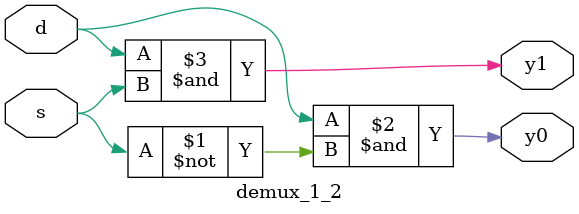
<source format=v>
module demux_1_2 (
    input d,
    input s,
    output y0, y1
);
assign y0 = d & ~s;
assign y1 = d & s;

endmodule

</source>
